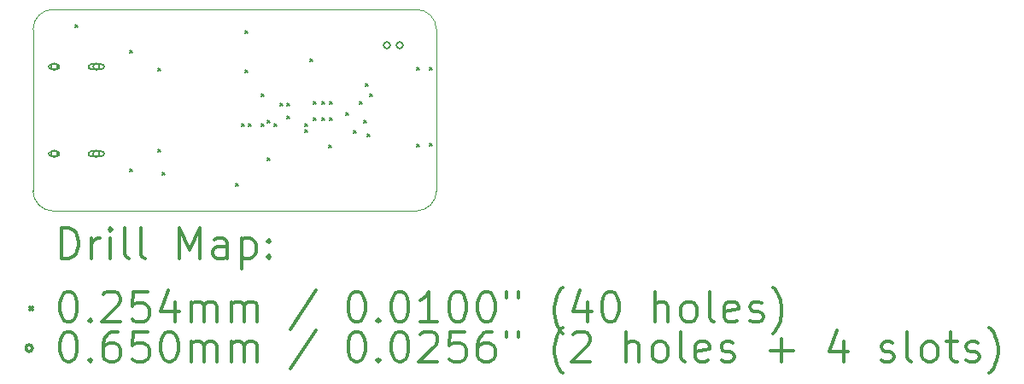
<source format=gbr>
%FSLAX45Y45*%
G04 Gerber Fmt 4.5, Leading zero omitted, Abs format (unit mm)*
G04 Created by KiCad (PCBNEW 5.1.10-88a1d61d58~90~ubuntu20.04.1) date 2021-07-15 12:02:17*
%MOMM*%
%LPD*%
G01*
G04 APERTURE LIST*
%TA.AperFunction,Profile*%
%ADD10C,0.100000*%
%TD*%
%ADD11C,0.200000*%
%ADD12C,0.300000*%
G04 APERTURE END LIST*
D10*
X17385000Y-10838000D02*
X17385000Y-9238000D01*
X17385000Y-10838000D02*
G75*
G02*
X17185000Y-11038000I-200000J0D01*
G01*
X17185000Y-9038000D02*
X13585000Y-9038000D01*
X17185000Y-9038000D02*
G75*
G02*
X17385000Y-9238000I0J-200000D01*
G01*
X13385000Y-9238000D02*
X13385000Y-10838000D01*
X13385000Y-9238000D02*
G75*
G02*
X13585000Y-9038000I200000J0D01*
G01*
X13585000Y-11038000D02*
X17185000Y-11038000D01*
X13585000Y-11038000D02*
G75*
G02*
X13385000Y-10838000I0J200000D01*
G01*
D11*
X13802210Y-9188300D02*
X13827610Y-9213700D01*
X13827610Y-9188300D02*
X13802210Y-9213700D01*
X14344300Y-9440300D02*
X14369700Y-9465700D01*
X14369700Y-9440300D02*
X14344300Y-9465700D01*
X14344300Y-10617300D02*
X14369700Y-10642700D01*
X14369700Y-10617300D02*
X14344300Y-10642700D01*
X14624300Y-9624300D02*
X14649700Y-9649700D01*
X14649700Y-9624300D02*
X14624300Y-9649700D01*
X14626300Y-10425300D02*
X14651700Y-10450700D01*
X14651700Y-10425300D02*
X14626300Y-10450700D01*
X14665300Y-10656300D02*
X14690700Y-10681700D01*
X14690700Y-10656300D02*
X14665300Y-10681700D01*
X15396300Y-10762300D02*
X15421700Y-10787700D01*
X15421700Y-10762300D02*
X15396300Y-10787700D01*
X15457300Y-10174300D02*
X15482700Y-10199700D01*
X15482700Y-10174300D02*
X15457300Y-10199700D01*
X15490800Y-9247800D02*
X15516200Y-9273200D01*
X15516200Y-9247800D02*
X15490800Y-9273200D01*
X15491300Y-9641300D02*
X15516700Y-9666700D01*
X15516700Y-9641300D02*
X15491300Y-9666700D01*
X15520300Y-10174300D02*
X15545700Y-10199700D01*
X15545700Y-10174300D02*
X15520300Y-10199700D01*
X15647300Y-9874300D02*
X15672700Y-9899700D01*
X15672700Y-9874300D02*
X15647300Y-9899700D01*
X15647300Y-10174300D02*
X15672700Y-10199700D01*
X15672700Y-10174300D02*
X15647300Y-10199700D01*
X15711050Y-10507050D02*
X15736450Y-10532450D01*
X15736450Y-10507050D02*
X15711050Y-10532450D01*
X15711300Y-10136861D02*
X15736700Y-10162261D01*
X15736700Y-10136861D02*
X15711300Y-10162261D01*
X15774300Y-10174300D02*
X15799700Y-10199700D01*
X15799700Y-10174300D02*
X15774300Y-10199700D01*
X15831566Y-9965690D02*
X15856966Y-9991090D01*
X15856966Y-9965690D02*
X15831566Y-9991090D01*
X15901670Y-9965436D02*
X15927070Y-9990836D01*
X15927070Y-9965436D02*
X15901670Y-9990836D01*
X15901670Y-10092944D02*
X15927070Y-10118344D01*
X15927070Y-10092944D02*
X15901670Y-10118344D01*
X16078300Y-10174300D02*
X16103700Y-10199700D01*
X16103700Y-10174300D02*
X16078300Y-10199700D01*
X16080300Y-10235300D02*
X16105700Y-10260700D01*
X16105700Y-10235300D02*
X16080300Y-10260700D01*
X16129300Y-9527300D02*
X16154700Y-9552700D01*
X16154700Y-9527300D02*
X16129300Y-9552700D01*
X16169626Y-9954138D02*
X16195026Y-9979538D01*
X16195026Y-9954138D02*
X16169626Y-9979538D01*
X16169626Y-10115138D02*
X16195026Y-10140538D01*
X16195026Y-10115138D02*
X16169626Y-10140538D01*
X16246626Y-9953138D02*
X16272026Y-9978538D01*
X16272026Y-9953138D02*
X16246626Y-9978538D01*
X16246626Y-10115138D02*
X16272026Y-10140538D01*
X16272026Y-10115138D02*
X16246626Y-10140538D01*
X16317300Y-10381300D02*
X16342700Y-10406700D01*
X16342700Y-10381300D02*
X16317300Y-10406700D01*
X16323626Y-9954138D02*
X16349026Y-9979538D01*
X16349026Y-9954138D02*
X16323626Y-9979538D01*
X16323626Y-10115138D02*
X16349026Y-10140538D01*
X16349026Y-10115138D02*
X16323626Y-10140538D01*
X16486300Y-10065300D02*
X16511700Y-10090700D01*
X16511700Y-10065300D02*
X16486300Y-10090700D01*
X16562300Y-10241300D02*
X16587700Y-10266700D01*
X16587700Y-10241300D02*
X16562300Y-10266700D01*
X16622300Y-9948300D02*
X16647700Y-9973700D01*
X16647700Y-9948300D02*
X16622300Y-9973700D01*
X16665300Y-10138300D02*
X16690700Y-10163700D01*
X16690700Y-10138300D02*
X16665300Y-10163700D01*
X16683300Y-9776300D02*
X16708700Y-9801700D01*
X16708700Y-9776300D02*
X16683300Y-9801700D01*
X16700300Y-10278300D02*
X16725700Y-10303700D01*
X16725700Y-10278300D02*
X16700300Y-10303700D01*
X16721300Y-9875300D02*
X16746700Y-9900700D01*
X16746700Y-9875300D02*
X16721300Y-9900700D01*
X17189300Y-9613300D02*
X17214700Y-9638700D01*
X17214700Y-9613300D02*
X17189300Y-9638700D01*
X17190300Y-10374300D02*
X17215700Y-10399700D01*
X17215700Y-10374300D02*
X17190300Y-10399700D01*
X17314300Y-9612300D02*
X17339700Y-9637700D01*
X17339700Y-9612300D02*
X17314300Y-9637700D01*
X17316300Y-10371300D02*
X17341700Y-10396700D01*
X17341700Y-10371300D02*
X17316300Y-10396700D01*
X13627500Y-9606000D02*
G75*
G03*
X13627500Y-9606000I-32500J0D01*
G01*
X13625000Y-9583500D02*
X13565000Y-9583500D01*
X13625000Y-9628500D02*
X13565000Y-9628500D01*
X13565000Y-9583500D02*
G75*
G03*
X13565000Y-9628500I0J-22500D01*
G01*
X13625000Y-9628500D02*
G75*
G03*
X13625000Y-9583500I0J22500D01*
G01*
X13627500Y-10470000D02*
G75*
G03*
X13627500Y-10470000I-32500J0D01*
G01*
X13625000Y-10447500D02*
X13565000Y-10447500D01*
X13625000Y-10492500D02*
X13565000Y-10492500D01*
X13565000Y-10447500D02*
G75*
G03*
X13565000Y-10492500I0J-22500D01*
G01*
X13625000Y-10492500D02*
G75*
G03*
X13625000Y-10447500I0J22500D01*
G01*
X14045500Y-9606000D02*
G75*
G03*
X14045500Y-9606000I-32500J0D01*
G01*
X14068000Y-9583500D02*
X13958000Y-9583500D01*
X14068000Y-9628500D02*
X13958000Y-9628500D01*
X13958000Y-9583500D02*
G75*
G03*
X13958000Y-9628500I0J-22500D01*
G01*
X14068000Y-9628500D02*
G75*
G03*
X14068000Y-9583500I0J22500D01*
G01*
X14045500Y-10470000D02*
G75*
G03*
X14045500Y-10470000I-32500J0D01*
G01*
X14068000Y-10447500D02*
X13958000Y-10447500D01*
X14068000Y-10492500D02*
X13958000Y-10492500D01*
X13958000Y-10447500D02*
G75*
G03*
X13958000Y-10492500I0J-22500D01*
G01*
X14068000Y-10492500D02*
G75*
G03*
X14068000Y-10447500I0J22500D01*
G01*
X16925500Y-9393000D02*
G75*
G03*
X16925500Y-9393000I-32500J0D01*
G01*
X17052500Y-9393000D02*
G75*
G03*
X17052500Y-9393000I-32500J0D01*
G01*
D12*
X13666428Y-11508714D02*
X13666428Y-11208714D01*
X13737857Y-11208714D01*
X13780714Y-11223000D01*
X13809286Y-11251571D01*
X13823571Y-11280143D01*
X13837857Y-11337286D01*
X13837857Y-11380143D01*
X13823571Y-11437286D01*
X13809286Y-11465857D01*
X13780714Y-11494429D01*
X13737857Y-11508714D01*
X13666428Y-11508714D01*
X13966428Y-11508714D02*
X13966428Y-11308714D01*
X13966428Y-11365857D02*
X13980714Y-11337286D01*
X13995000Y-11323000D01*
X14023571Y-11308714D01*
X14052143Y-11308714D01*
X14152143Y-11508714D02*
X14152143Y-11308714D01*
X14152143Y-11208714D02*
X14137857Y-11223000D01*
X14152143Y-11237286D01*
X14166428Y-11223000D01*
X14152143Y-11208714D01*
X14152143Y-11237286D01*
X14337857Y-11508714D02*
X14309286Y-11494429D01*
X14295000Y-11465857D01*
X14295000Y-11208714D01*
X14495000Y-11508714D02*
X14466428Y-11494429D01*
X14452143Y-11465857D01*
X14452143Y-11208714D01*
X14837857Y-11508714D02*
X14837857Y-11208714D01*
X14937857Y-11423000D01*
X15037857Y-11208714D01*
X15037857Y-11508714D01*
X15309286Y-11508714D02*
X15309286Y-11351571D01*
X15295000Y-11323000D01*
X15266428Y-11308714D01*
X15209286Y-11308714D01*
X15180714Y-11323000D01*
X15309286Y-11494429D02*
X15280714Y-11508714D01*
X15209286Y-11508714D01*
X15180714Y-11494429D01*
X15166428Y-11465857D01*
X15166428Y-11437286D01*
X15180714Y-11408714D01*
X15209286Y-11394429D01*
X15280714Y-11394429D01*
X15309286Y-11380143D01*
X15452143Y-11308714D02*
X15452143Y-11608714D01*
X15452143Y-11323000D02*
X15480714Y-11308714D01*
X15537857Y-11308714D01*
X15566428Y-11323000D01*
X15580714Y-11337286D01*
X15595000Y-11365857D01*
X15595000Y-11451571D01*
X15580714Y-11480143D01*
X15566428Y-11494429D01*
X15537857Y-11508714D01*
X15480714Y-11508714D01*
X15452143Y-11494429D01*
X15723571Y-11480143D02*
X15737857Y-11494429D01*
X15723571Y-11508714D01*
X15709286Y-11494429D01*
X15723571Y-11480143D01*
X15723571Y-11508714D01*
X15723571Y-11323000D02*
X15737857Y-11337286D01*
X15723571Y-11351571D01*
X15709286Y-11337286D01*
X15723571Y-11323000D01*
X15723571Y-11351571D01*
X13354600Y-11990300D02*
X13380000Y-12015700D01*
X13380000Y-11990300D02*
X13354600Y-12015700D01*
X13723571Y-11838714D02*
X13752143Y-11838714D01*
X13780714Y-11853000D01*
X13795000Y-11867286D01*
X13809286Y-11895857D01*
X13823571Y-11953000D01*
X13823571Y-12024429D01*
X13809286Y-12081571D01*
X13795000Y-12110143D01*
X13780714Y-12124429D01*
X13752143Y-12138714D01*
X13723571Y-12138714D01*
X13695000Y-12124429D01*
X13680714Y-12110143D01*
X13666428Y-12081571D01*
X13652143Y-12024429D01*
X13652143Y-11953000D01*
X13666428Y-11895857D01*
X13680714Y-11867286D01*
X13695000Y-11853000D01*
X13723571Y-11838714D01*
X13952143Y-12110143D02*
X13966428Y-12124429D01*
X13952143Y-12138714D01*
X13937857Y-12124429D01*
X13952143Y-12110143D01*
X13952143Y-12138714D01*
X14080714Y-11867286D02*
X14095000Y-11853000D01*
X14123571Y-11838714D01*
X14195000Y-11838714D01*
X14223571Y-11853000D01*
X14237857Y-11867286D01*
X14252143Y-11895857D01*
X14252143Y-11924429D01*
X14237857Y-11967286D01*
X14066428Y-12138714D01*
X14252143Y-12138714D01*
X14523571Y-11838714D02*
X14380714Y-11838714D01*
X14366428Y-11981571D01*
X14380714Y-11967286D01*
X14409286Y-11953000D01*
X14480714Y-11953000D01*
X14509286Y-11967286D01*
X14523571Y-11981571D01*
X14537857Y-12010143D01*
X14537857Y-12081571D01*
X14523571Y-12110143D01*
X14509286Y-12124429D01*
X14480714Y-12138714D01*
X14409286Y-12138714D01*
X14380714Y-12124429D01*
X14366428Y-12110143D01*
X14795000Y-11938714D02*
X14795000Y-12138714D01*
X14723571Y-11824429D02*
X14652143Y-12038714D01*
X14837857Y-12038714D01*
X14952143Y-12138714D02*
X14952143Y-11938714D01*
X14952143Y-11967286D02*
X14966428Y-11953000D01*
X14995000Y-11938714D01*
X15037857Y-11938714D01*
X15066428Y-11953000D01*
X15080714Y-11981571D01*
X15080714Y-12138714D01*
X15080714Y-11981571D02*
X15095000Y-11953000D01*
X15123571Y-11938714D01*
X15166428Y-11938714D01*
X15195000Y-11953000D01*
X15209286Y-11981571D01*
X15209286Y-12138714D01*
X15352143Y-12138714D02*
X15352143Y-11938714D01*
X15352143Y-11967286D02*
X15366428Y-11953000D01*
X15395000Y-11938714D01*
X15437857Y-11938714D01*
X15466428Y-11953000D01*
X15480714Y-11981571D01*
X15480714Y-12138714D01*
X15480714Y-11981571D02*
X15495000Y-11953000D01*
X15523571Y-11938714D01*
X15566428Y-11938714D01*
X15595000Y-11953000D01*
X15609286Y-11981571D01*
X15609286Y-12138714D01*
X16195000Y-11824429D02*
X15937857Y-12210143D01*
X16580714Y-11838714D02*
X16609286Y-11838714D01*
X16637857Y-11853000D01*
X16652143Y-11867286D01*
X16666428Y-11895857D01*
X16680714Y-11953000D01*
X16680714Y-12024429D01*
X16666428Y-12081571D01*
X16652143Y-12110143D01*
X16637857Y-12124429D01*
X16609286Y-12138714D01*
X16580714Y-12138714D01*
X16552143Y-12124429D01*
X16537857Y-12110143D01*
X16523571Y-12081571D01*
X16509286Y-12024429D01*
X16509286Y-11953000D01*
X16523571Y-11895857D01*
X16537857Y-11867286D01*
X16552143Y-11853000D01*
X16580714Y-11838714D01*
X16809286Y-12110143D02*
X16823571Y-12124429D01*
X16809286Y-12138714D01*
X16795000Y-12124429D01*
X16809286Y-12110143D01*
X16809286Y-12138714D01*
X17009286Y-11838714D02*
X17037857Y-11838714D01*
X17066428Y-11853000D01*
X17080714Y-11867286D01*
X17095000Y-11895857D01*
X17109286Y-11953000D01*
X17109286Y-12024429D01*
X17095000Y-12081571D01*
X17080714Y-12110143D01*
X17066428Y-12124429D01*
X17037857Y-12138714D01*
X17009286Y-12138714D01*
X16980714Y-12124429D01*
X16966428Y-12110143D01*
X16952143Y-12081571D01*
X16937857Y-12024429D01*
X16937857Y-11953000D01*
X16952143Y-11895857D01*
X16966428Y-11867286D01*
X16980714Y-11853000D01*
X17009286Y-11838714D01*
X17395000Y-12138714D02*
X17223571Y-12138714D01*
X17309286Y-12138714D02*
X17309286Y-11838714D01*
X17280714Y-11881571D01*
X17252143Y-11910143D01*
X17223571Y-11924429D01*
X17580714Y-11838714D02*
X17609286Y-11838714D01*
X17637857Y-11853000D01*
X17652143Y-11867286D01*
X17666428Y-11895857D01*
X17680714Y-11953000D01*
X17680714Y-12024429D01*
X17666428Y-12081571D01*
X17652143Y-12110143D01*
X17637857Y-12124429D01*
X17609286Y-12138714D01*
X17580714Y-12138714D01*
X17552143Y-12124429D01*
X17537857Y-12110143D01*
X17523571Y-12081571D01*
X17509286Y-12024429D01*
X17509286Y-11953000D01*
X17523571Y-11895857D01*
X17537857Y-11867286D01*
X17552143Y-11853000D01*
X17580714Y-11838714D01*
X17866428Y-11838714D02*
X17895000Y-11838714D01*
X17923571Y-11853000D01*
X17937857Y-11867286D01*
X17952143Y-11895857D01*
X17966428Y-11953000D01*
X17966428Y-12024429D01*
X17952143Y-12081571D01*
X17937857Y-12110143D01*
X17923571Y-12124429D01*
X17895000Y-12138714D01*
X17866428Y-12138714D01*
X17837857Y-12124429D01*
X17823571Y-12110143D01*
X17809286Y-12081571D01*
X17795000Y-12024429D01*
X17795000Y-11953000D01*
X17809286Y-11895857D01*
X17823571Y-11867286D01*
X17837857Y-11853000D01*
X17866428Y-11838714D01*
X18080714Y-11838714D02*
X18080714Y-11895857D01*
X18195000Y-11838714D02*
X18195000Y-11895857D01*
X18637857Y-12253000D02*
X18623571Y-12238714D01*
X18595000Y-12195857D01*
X18580714Y-12167286D01*
X18566428Y-12124429D01*
X18552143Y-12053000D01*
X18552143Y-11995857D01*
X18566428Y-11924429D01*
X18580714Y-11881571D01*
X18595000Y-11853000D01*
X18623571Y-11810143D01*
X18637857Y-11795857D01*
X18880714Y-11938714D02*
X18880714Y-12138714D01*
X18809286Y-11824429D02*
X18737857Y-12038714D01*
X18923571Y-12038714D01*
X19095000Y-11838714D02*
X19123571Y-11838714D01*
X19152143Y-11853000D01*
X19166428Y-11867286D01*
X19180714Y-11895857D01*
X19195000Y-11953000D01*
X19195000Y-12024429D01*
X19180714Y-12081571D01*
X19166428Y-12110143D01*
X19152143Y-12124429D01*
X19123571Y-12138714D01*
X19095000Y-12138714D01*
X19066428Y-12124429D01*
X19052143Y-12110143D01*
X19037857Y-12081571D01*
X19023571Y-12024429D01*
X19023571Y-11953000D01*
X19037857Y-11895857D01*
X19052143Y-11867286D01*
X19066428Y-11853000D01*
X19095000Y-11838714D01*
X19552143Y-12138714D02*
X19552143Y-11838714D01*
X19680714Y-12138714D02*
X19680714Y-11981571D01*
X19666428Y-11953000D01*
X19637857Y-11938714D01*
X19595000Y-11938714D01*
X19566428Y-11953000D01*
X19552143Y-11967286D01*
X19866428Y-12138714D02*
X19837857Y-12124429D01*
X19823571Y-12110143D01*
X19809286Y-12081571D01*
X19809286Y-11995857D01*
X19823571Y-11967286D01*
X19837857Y-11953000D01*
X19866428Y-11938714D01*
X19909286Y-11938714D01*
X19937857Y-11953000D01*
X19952143Y-11967286D01*
X19966428Y-11995857D01*
X19966428Y-12081571D01*
X19952143Y-12110143D01*
X19937857Y-12124429D01*
X19909286Y-12138714D01*
X19866428Y-12138714D01*
X20137857Y-12138714D02*
X20109286Y-12124429D01*
X20095000Y-12095857D01*
X20095000Y-11838714D01*
X20366428Y-12124429D02*
X20337857Y-12138714D01*
X20280714Y-12138714D01*
X20252143Y-12124429D01*
X20237857Y-12095857D01*
X20237857Y-11981571D01*
X20252143Y-11953000D01*
X20280714Y-11938714D01*
X20337857Y-11938714D01*
X20366428Y-11953000D01*
X20380714Y-11981571D01*
X20380714Y-12010143D01*
X20237857Y-12038714D01*
X20495000Y-12124429D02*
X20523571Y-12138714D01*
X20580714Y-12138714D01*
X20609286Y-12124429D01*
X20623571Y-12095857D01*
X20623571Y-12081571D01*
X20609286Y-12053000D01*
X20580714Y-12038714D01*
X20537857Y-12038714D01*
X20509286Y-12024429D01*
X20495000Y-11995857D01*
X20495000Y-11981571D01*
X20509286Y-11953000D01*
X20537857Y-11938714D01*
X20580714Y-11938714D01*
X20609286Y-11953000D01*
X20723571Y-12253000D02*
X20737857Y-12238714D01*
X20766428Y-12195857D01*
X20780714Y-12167286D01*
X20795000Y-12124429D01*
X20809286Y-12053000D01*
X20809286Y-11995857D01*
X20795000Y-11924429D01*
X20780714Y-11881571D01*
X20766428Y-11853000D01*
X20737857Y-11810143D01*
X20723571Y-11795857D01*
X13380000Y-12399000D02*
G75*
G03*
X13380000Y-12399000I-32500J0D01*
G01*
X13723571Y-12234714D02*
X13752143Y-12234714D01*
X13780714Y-12249000D01*
X13795000Y-12263286D01*
X13809286Y-12291857D01*
X13823571Y-12349000D01*
X13823571Y-12420429D01*
X13809286Y-12477571D01*
X13795000Y-12506143D01*
X13780714Y-12520429D01*
X13752143Y-12534714D01*
X13723571Y-12534714D01*
X13695000Y-12520429D01*
X13680714Y-12506143D01*
X13666428Y-12477571D01*
X13652143Y-12420429D01*
X13652143Y-12349000D01*
X13666428Y-12291857D01*
X13680714Y-12263286D01*
X13695000Y-12249000D01*
X13723571Y-12234714D01*
X13952143Y-12506143D02*
X13966428Y-12520429D01*
X13952143Y-12534714D01*
X13937857Y-12520429D01*
X13952143Y-12506143D01*
X13952143Y-12534714D01*
X14223571Y-12234714D02*
X14166428Y-12234714D01*
X14137857Y-12249000D01*
X14123571Y-12263286D01*
X14095000Y-12306143D01*
X14080714Y-12363286D01*
X14080714Y-12477571D01*
X14095000Y-12506143D01*
X14109286Y-12520429D01*
X14137857Y-12534714D01*
X14195000Y-12534714D01*
X14223571Y-12520429D01*
X14237857Y-12506143D01*
X14252143Y-12477571D01*
X14252143Y-12406143D01*
X14237857Y-12377571D01*
X14223571Y-12363286D01*
X14195000Y-12349000D01*
X14137857Y-12349000D01*
X14109286Y-12363286D01*
X14095000Y-12377571D01*
X14080714Y-12406143D01*
X14523571Y-12234714D02*
X14380714Y-12234714D01*
X14366428Y-12377571D01*
X14380714Y-12363286D01*
X14409286Y-12349000D01*
X14480714Y-12349000D01*
X14509286Y-12363286D01*
X14523571Y-12377571D01*
X14537857Y-12406143D01*
X14537857Y-12477571D01*
X14523571Y-12506143D01*
X14509286Y-12520429D01*
X14480714Y-12534714D01*
X14409286Y-12534714D01*
X14380714Y-12520429D01*
X14366428Y-12506143D01*
X14723571Y-12234714D02*
X14752143Y-12234714D01*
X14780714Y-12249000D01*
X14795000Y-12263286D01*
X14809286Y-12291857D01*
X14823571Y-12349000D01*
X14823571Y-12420429D01*
X14809286Y-12477571D01*
X14795000Y-12506143D01*
X14780714Y-12520429D01*
X14752143Y-12534714D01*
X14723571Y-12534714D01*
X14695000Y-12520429D01*
X14680714Y-12506143D01*
X14666428Y-12477571D01*
X14652143Y-12420429D01*
X14652143Y-12349000D01*
X14666428Y-12291857D01*
X14680714Y-12263286D01*
X14695000Y-12249000D01*
X14723571Y-12234714D01*
X14952143Y-12534714D02*
X14952143Y-12334714D01*
X14952143Y-12363286D02*
X14966428Y-12349000D01*
X14995000Y-12334714D01*
X15037857Y-12334714D01*
X15066428Y-12349000D01*
X15080714Y-12377571D01*
X15080714Y-12534714D01*
X15080714Y-12377571D02*
X15095000Y-12349000D01*
X15123571Y-12334714D01*
X15166428Y-12334714D01*
X15195000Y-12349000D01*
X15209286Y-12377571D01*
X15209286Y-12534714D01*
X15352143Y-12534714D02*
X15352143Y-12334714D01*
X15352143Y-12363286D02*
X15366428Y-12349000D01*
X15395000Y-12334714D01*
X15437857Y-12334714D01*
X15466428Y-12349000D01*
X15480714Y-12377571D01*
X15480714Y-12534714D01*
X15480714Y-12377571D02*
X15495000Y-12349000D01*
X15523571Y-12334714D01*
X15566428Y-12334714D01*
X15595000Y-12349000D01*
X15609286Y-12377571D01*
X15609286Y-12534714D01*
X16195000Y-12220429D02*
X15937857Y-12606143D01*
X16580714Y-12234714D02*
X16609286Y-12234714D01*
X16637857Y-12249000D01*
X16652143Y-12263286D01*
X16666428Y-12291857D01*
X16680714Y-12349000D01*
X16680714Y-12420429D01*
X16666428Y-12477571D01*
X16652143Y-12506143D01*
X16637857Y-12520429D01*
X16609286Y-12534714D01*
X16580714Y-12534714D01*
X16552143Y-12520429D01*
X16537857Y-12506143D01*
X16523571Y-12477571D01*
X16509286Y-12420429D01*
X16509286Y-12349000D01*
X16523571Y-12291857D01*
X16537857Y-12263286D01*
X16552143Y-12249000D01*
X16580714Y-12234714D01*
X16809286Y-12506143D02*
X16823571Y-12520429D01*
X16809286Y-12534714D01*
X16795000Y-12520429D01*
X16809286Y-12506143D01*
X16809286Y-12534714D01*
X17009286Y-12234714D02*
X17037857Y-12234714D01*
X17066428Y-12249000D01*
X17080714Y-12263286D01*
X17095000Y-12291857D01*
X17109286Y-12349000D01*
X17109286Y-12420429D01*
X17095000Y-12477571D01*
X17080714Y-12506143D01*
X17066428Y-12520429D01*
X17037857Y-12534714D01*
X17009286Y-12534714D01*
X16980714Y-12520429D01*
X16966428Y-12506143D01*
X16952143Y-12477571D01*
X16937857Y-12420429D01*
X16937857Y-12349000D01*
X16952143Y-12291857D01*
X16966428Y-12263286D01*
X16980714Y-12249000D01*
X17009286Y-12234714D01*
X17223571Y-12263286D02*
X17237857Y-12249000D01*
X17266428Y-12234714D01*
X17337857Y-12234714D01*
X17366428Y-12249000D01*
X17380714Y-12263286D01*
X17395000Y-12291857D01*
X17395000Y-12320429D01*
X17380714Y-12363286D01*
X17209286Y-12534714D01*
X17395000Y-12534714D01*
X17666428Y-12234714D02*
X17523571Y-12234714D01*
X17509286Y-12377571D01*
X17523571Y-12363286D01*
X17552143Y-12349000D01*
X17623571Y-12349000D01*
X17652143Y-12363286D01*
X17666428Y-12377571D01*
X17680714Y-12406143D01*
X17680714Y-12477571D01*
X17666428Y-12506143D01*
X17652143Y-12520429D01*
X17623571Y-12534714D01*
X17552143Y-12534714D01*
X17523571Y-12520429D01*
X17509286Y-12506143D01*
X17937857Y-12234714D02*
X17880714Y-12234714D01*
X17852143Y-12249000D01*
X17837857Y-12263286D01*
X17809286Y-12306143D01*
X17795000Y-12363286D01*
X17795000Y-12477571D01*
X17809286Y-12506143D01*
X17823571Y-12520429D01*
X17852143Y-12534714D01*
X17909286Y-12534714D01*
X17937857Y-12520429D01*
X17952143Y-12506143D01*
X17966428Y-12477571D01*
X17966428Y-12406143D01*
X17952143Y-12377571D01*
X17937857Y-12363286D01*
X17909286Y-12349000D01*
X17852143Y-12349000D01*
X17823571Y-12363286D01*
X17809286Y-12377571D01*
X17795000Y-12406143D01*
X18080714Y-12234714D02*
X18080714Y-12291857D01*
X18195000Y-12234714D02*
X18195000Y-12291857D01*
X18637857Y-12649000D02*
X18623571Y-12634714D01*
X18595000Y-12591857D01*
X18580714Y-12563286D01*
X18566428Y-12520429D01*
X18552143Y-12449000D01*
X18552143Y-12391857D01*
X18566428Y-12320429D01*
X18580714Y-12277571D01*
X18595000Y-12249000D01*
X18623571Y-12206143D01*
X18637857Y-12191857D01*
X18737857Y-12263286D02*
X18752143Y-12249000D01*
X18780714Y-12234714D01*
X18852143Y-12234714D01*
X18880714Y-12249000D01*
X18895000Y-12263286D01*
X18909286Y-12291857D01*
X18909286Y-12320429D01*
X18895000Y-12363286D01*
X18723571Y-12534714D01*
X18909286Y-12534714D01*
X19266428Y-12534714D02*
X19266428Y-12234714D01*
X19395000Y-12534714D02*
X19395000Y-12377571D01*
X19380714Y-12349000D01*
X19352143Y-12334714D01*
X19309286Y-12334714D01*
X19280714Y-12349000D01*
X19266428Y-12363286D01*
X19580714Y-12534714D02*
X19552143Y-12520429D01*
X19537857Y-12506143D01*
X19523571Y-12477571D01*
X19523571Y-12391857D01*
X19537857Y-12363286D01*
X19552143Y-12349000D01*
X19580714Y-12334714D01*
X19623571Y-12334714D01*
X19652143Y-12349000D01*
X19666428Y-12363286D01*
X19680714Y-12391857D01*
X19680714Y-12477571D01*
X19666428Y-12506143D01*
X19652143Y-12520429D01*
X19623571Y-12534714D01*
X19580714Y-12534714D01*
X19852143Y-12534714D02*
X19823571Y-12520429D01*
X19809286Y-12491857D01*
X19809286Y-12234714D01*
X20080714Y-12520429D02*
X20052143Y-12534714D01*
X19995000Y-12534714D01*
X19966428Y-12520429D01*
X19952143Y-12491857D01*
X19952143Y-12377571D01*
X19966428Y-12349000D01*
X19995000Y-12334714D01*
X20052143Y-12334714D01*
X20080714Y-12349000D01*
X20095000Y-12377571D01*
X20095000Y-12406143D01*
X19952143Y-12434714D01*
X20209286Y-12520429D02*
X20237857Y-12534714D01*
X20295000Y-12534714D01*
X20323571Y-12520429D01*
X20337857Y-12491857D01*
X20337857Y-12477571D01*
X20323571Y-12449000D01*
X20295000Y-12434714D01*
X20252143Y-12434714D01*
X20223571Y-12420429D01*
X20209286Y-12391857D01*
X20209286Y-12377571D01*
X20223571Y-12349000D01*
X20252143Y-12334714D01*
X20295000Y-12334714D01*
X20323571Y-12349000D01*
X20695000Y-12420429D02*
X20923571Y-12420429D01*
X20809286Y-12534714D02*
X20809286Y-12306143D01*
X21423571Y-12334714D02*
X21423571Y-12534714D01*
X21352143Y-12220429D02*
X21280714Y-12434714D01*
X21466428Y-12434714D01*
X21795000Y-12520429D02*
X21823571Y-12534714D01*
X21880714Y-12534714D01*
X21909286Y-12520429D01*
X21923571Y-12491857D01*
X21923571Y-12477571D01*
X21909286Y-12449000D01*
X21880714Y-12434714D01*
X21837857Y-12434714D01*
X21809286Y-12420429D01*
X21795000Y-12391857D01*
X21795000Y-12377571D01*
X21809286Y-12349000D01*
X21837857Y-12334714D01*
X21880714Y-12334714D01*
X21909286Y-12349000D01*
X22095000Y-12534714D02*
X22066428Y-12520429D01*
X22052143Y-12491857D01*
X22052143Y-12234714D01*
X22252143Y-12534714D02*
X22223571Y-12520429D01*
X22209286Y-12506143D01*
X22195000Y-12477571D01*
X22195000Y-12391857D01*
X22209286Y-12363286D01*
X22223571Y-12349000D01*
X22252143Y-12334714D01*
X22295000Y-12334714D01*
X22323571Y-12349000D01*
X22337857Y-12363286D01*
X22352143Y-12391857D01*
X22352143Y-12477571D01*
X22337857Y-12506143D01*
X22323571Y-12520429D01*
X22295000Y-12534714D01*
X22252143Y-12534714D01*
X22437857Y-12334714D02*
X22552143Y-12334714D01*
X22480714Y-12234714D02*
X22480714Y-12491857D01*
X22495000Y-12520429D01*
X22523571Y-12534714D01*
X22552143Y-12534714D01*
X22637857Y-12520429D02*
X22666428Y-12534714D01*
X22723571Y-12534714D01*
X22752143Y-12520429D01*
X22766428Y-12491857D01*
X22766428Y-12477571D01*
X22752143Y-12449000D01*
X22723571Y-12434714D01*
X22680714Y-12434714D01*
X22652143Y-12420429D01*
X22637857Y-12391857D01*
X22637857Y-12377571D01*
X22652143Y-12349000D01*
X22680714Y-12334714D01*
X22723571Y-12334714D01*
X22752143Y-12349000D01*
X22866428Y-12649000D02*
X22880714Y-12634714D01*
X22909286Y-12591857D01*
X22923571Y-12563286D01*
X22937857Y-12520429D01*
X22952143Y-12449000D01*
X22952143Y-12391857D01*
X22937857Y-12320429D01*
X22923571Y-12277571D01*
X22909286Y-12249000D01*
X22880714Y-12206143D01*
X22866428Y-12191857D01*
M02*

</source>
